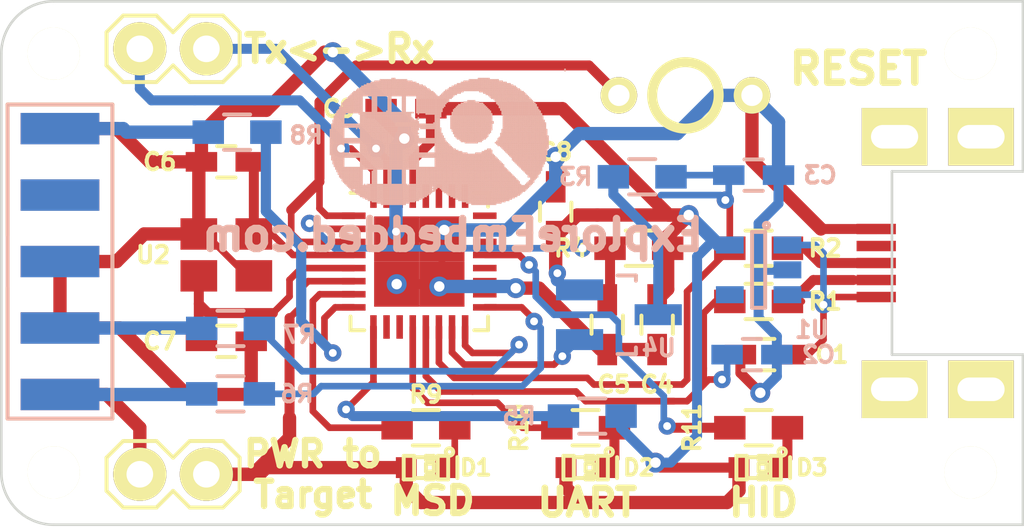
<source format=kicad_pcb>
(kicad_pcb (version 4) (host pcbnew "(2015-01-16 BZR 5376)-product")
  (layers (0 F.Cu signal) (31 B.Cu signal) (34 B.Paste user) (35 F.Paste user) (36 B.SilkS user) (37 F.SilkS user) (38 B.Mask user) (39 F.Mask user) (44 Edge.Cuts user))
  (net 0 "")
  (net 1 GND)
  (net 2 V_BUS)
  (net 3 USB_D-)
  (net 4 USB_D+)
  (net 5 +3.3VP)
  (net 6 IF_RESET)
  (net 7 "Net-(C6-Pad1)")
  (net 8 "Net-(C7-Pad1)")
  (net 9 "Net-(CON1-Pad2)")
  (net 10 "Net-(CON1-Pad3)")
  (net 11 "Net-(D1-Pad2)")
  (net 12 "Net-(D2-Pad2)")
  (net 13 "Net-(D3-Pad2)")
  (net 14 "Net-(JP1-Pad2)")
  (net 15 TX_OUT)
  (net 16 RX_IN)
  (net 17 "Net-(P1-Pad2)")
  (net 18 "Net-(P1-Pad4)")
  (net 19 "Net-(P1-Pad6)")
  (net 20 "Net-(P1-Pad7)")
  (net 21 "Net-(P1-Pad8)")
  (net 22 "Net-(P1-Pad10)")
  (net 23 VBUS_Sense)
  (net 24 TGT_SWDIO)
  (net 25 TGT_SWCLK)
  (net 26 TGT_NRESET)
  (net 27 LED_MSD)
  (net 28 LED_HID)
  (net 29 LED_UART)
  (net 30 RESET)
  (net 31 "Net-(U3-Pad10)")
  (net 32 "Net-(U3-Pad11)")
  (net 33 USB_CONN)
  (net 34 "Net-(U3-Pad18)")
  (net 35 "Net-(U3-Pad19)")
  (net 36 "Net-(U3-Pad20)")
  (net 37 "Net-(U3-Pad22)")
  (net 38 "Net-(U3-Pad23)")
  (net 39 "Net-(U3-Pad24)")
  (net 40 "Net-(U3-Pad25)")
  (net 41 "Net-(U3-Pad26)")
  (net 42 "Net-(U3-Pad27)")
  (net 43 "Net-(U3-Pad28)")
  (net 44 "Net-(U3-Pad30)")
  (net 45 "Net-(U1-Pad4)")
  (net 46 "Net-(CON1-Pad4)")
  (net 47 "Net-(R3-Pad2)")
  (module EE:SW_PUSH_SMALL_2pin_3D_xl (layer F.Cu) (at 166.116 53.594 180)
    (fp_text reference SW1 hide)
    (fp_text value SW_PUSH hide)
    (pad 1 thru_hole circle (at -2.54 0 180) (size 1.397 1.397) (drill 0.8128) (layers *.Cu *.Mask F.SilkS) (net 1 GND))
    (pad 2 thru_hole circle (at 2.54 0 180) (size 1.397 1.397) (drill 0.8128) (layers *.Cu *.Mask F.SilkS) (net 30 RESET))
  )
  (module EE:M3_mounting (layer F.Cu) (at 142 52)
    (fp_text reference P3 hide)
    (fp_text value CONN_01X01 hide)
    (pad "" np_thru_hole circle (at 0 0) (size 2 2) (drill 2) (layers *.Cu *.Mask F.SilkS))
  )
  (module EE:M3_mounting (layer F.Cu) (at 142 68)
    (fp_text reference P2 hide)
    (fp_text value CONN_01X01 hide)
    (pad "" np_thru_hole circle (at 0 0) (size 2 2) (drill 2) (layers *.Cu *.Mask F.SilkS))
  )
  (module EE:M3_mounting (layer F.Cu) (at 177 68)
    (fp_text reference P5 hide)
    (fp_text value CONN_01X01 hide)
    (pad "" np_thru_hole circle (at 0 0) (size 2 2) (drill 2) (layers *.Cu *.Mask F.SilkS))
  )
  (module EE:M3_mounting (layer F.Cu) (at 177 52)
    (fp_text reference P4 hide)
    (fp_text value CONN_01X01 hide)
    (pad "" np_thru_hole circle (at 0 0) (size 2 2) (drill 2) (layers *.Cu *.Mask F.SilkS))
  )
  (module Housings_DFN_QFN:QFN-32-1EP_5x5mm_Pitch0.5mm (layer F.Cu) (at 155.956 59.944)
    (fp_text reference U3 hide)
    (fp_text value LPC11U35FHI33/501 hide)
    (pad 1 smd rect (at -2.5 -1.75) (size 0.9 0.25) (layers F.Cu F.Paste F.Mask) (net 30 RESET))
    (pad 2 smd rect (at -2.5 -1.25) (size 0.9 0.25) (layers F.Cu F.Paste F.Mask) (net 6 IF_RESET))
    (pad 3 smd rect (at -2.5 -0.75) (size 0.9 0.25) (layers F.Cu F.Paste F.Mask) (net 30 RESET))
    (pad 4 smd rect (at -2.5 -0.25) (size 0.9 0.25) (layers F.Cu F.Paste F.Mask) (net 7 "Net-(C6-Pad1)"))
    (pad 5 smd rect (at -2.5 0.25) (size 0.9 0.25) (layers F.Cu F.Paste F.Mask) (net 8 "Net-(C7-Pad1)"))
    (pad 6 smd rect (at -2.5 0.75) (size 0.9 0.25) (layers F.Cu F.Paste F.Mask) (net 5 +3.3VP))
    (pad 7 smd rect (at -2.5 1.25) (size 0.9 0.25) (layers F.Cu F.Paste F.Mask) (net 27 LED_MSD))
    (pad 8 smd rect (at -2.5 1.75) (size 0.9 0.25) (layers F.Cu F.Paste F.Mask) (net 26 TGT_NRESET))
    (pad 9 smd rect (at -1.75 2.5 90) (size 0.9 0.25) (layers F.Cu F.Paste F.Mask) (net 23 VBUS_Sense))
    (pad 10 smd rect (at -1.25 2.5 90) (size 0.9 0.25) (layers F.Cu F.Paste F.Mask) (net 31 "Net-(U3-Pad10)"))
    (pad 11 smd rect (at -0.75 2.5 90) (size 0.9 0.25) (layers F.Cu F.Paste F.Mask) (net 32 "Net-(U3-Pad11)"))
    (pad 12 smd rect (at -0.25 2.5 90) (size 0.9 0.25) (layers F.Cu F.Paste F.Mask) (net 28 LED_HID))
    (pad 13 smd rect (at 0.25 2.5 90) (size 0.9 0.25) (layers F.Cu F.Paste F.Mask) (net 3 USB_D-))
    (pad 14 smd rect (at 0.75 2.5 90) (size 0.9 0.25) (layers F.Cu F.Paste F.Mask) (net 4 USB_D+))
    (pad 15 smd rect (at 1.25 2.5 90) (size 0.9 0.25) (layers F.Cu F.Paste F.Mask) (net 33 USB_CONN))
    (pad 16 smd rect (at 1.75 2.5 90) (size 0.9 0.25) (layers F.Cu F.Paste F.Mask) (net 25 TGT_SWCLK))
    (pad 17 smd rect (at 2.5 1.75) (size 0.9 0.25) (layers F.Cu F.Paste F.Mask) (net 24 TGT_SWDIO))
    (pad 18 smd rect (at 2.5 1.25) (size 0.9 0.25) (layers F.Cu F.Paste F.Mask) (net 34 "Net-(U3-Pad18)"))
    (pad 19 smd rect (at 2.5 0.75) (size 0.9 0.25) (layers F.Cu F.Paste F.Mask) (net 35 "Net-(U3-Pad19)"))
    (pad 20 smd rect (at 2.5 0.25) (size 0.9 0.25) (layers F.Cu F.Paste F.Mask) (net 36 "Net-(U3-Pad20)"))
    (pad 21 smd rect (at 2.5 -0.25) (size 0.9 0.25) (layers F.Cu F.Paste F.Mask) (net 29 LED_UART))
    (pad 22 smd rect (at 2.5 -0.75) (size 0.9 0.25) (layers F.Cu F.Paste F.Mask) (net 37 "Net-(U3-Pad22)"))
    (pad 23 smd rect (at 2.5 -1.25) (size 0.9 0.25) (layers F.Cu F.Paste F.Mask) (net 38 "Net-(U3-Pad23)"))
    (pad 24 smd rect (at 2.5 -1.75) (size 0.9 0.25) (layers F.Cu F.Paste F.Mask) (net 39 "Net-(U3-Pad24)"))
    (pad 25 smd rect (at 1.75 -2.5 90) (size 0.9 0.25) (layers F.Cu F.Paste F.Mask) (net 40 "Net-(U3-Pad25)"))
    (pad 26 smd rect (at 1.25 -2.5 90) (size 0.9 0.25) (layers F.Cu F.Paste F.Mask) (net 41 "Net-(U3-Pad26)"))
    (pad 27 smd rect (at 0.75 -2.5 90) (size 0.9 0.25) (layers F.Cu F.Paste F.Mask) (net 42 "Net-(U3-Pad27)"))
    (pad 28 smd rect (at 0.25 -2.5 90) (size 0.9 0.25) (layers F.Cu F.Paste F.Mask) (net 43 "Net-(U3-Pad28)"))
    (pad 29 smd rect (at -0.25 -2.5 90) (size 0.9 0.25) (layers F.Cu F.Paste F.Mask) (net 5 +3.3VP))
    (pad 30 smd rect (at -0.75 -2.5 90) (size 0.9 0.25) (layers F.Cu F.Paste F.Mask) (net 44 "Net-(U3-Pad30)"))
    (pad 31 smd rect (at -1.25 -2.5 90) (size 0.9 0.25) (layers F.Cu F.Paste F.Mask) (net 16 RX_IN))
    (pad 32 smd rect (at -1.75 -2.5 90) (size 0.9 0.25) (layers F.Cu F.Paste F.Mask) (net 15 TX_OUT))
    (pad 33 smd rect (at 0.8625 0.8625) (size 1.725 1.725) (layers F.Cu F.Paste F.Mask) (net 1 GND))
    (pad 33 smd rect (at 0.8625 -0.8625) (size 1.725 1.725) (layers F.Cu F.Paste F.Mask) (net 1 GND))
    (pad 33 smd rect (at -0.8625 0.8625) (size 1.725 1.725) (layers F.Cu F.Paste F.Mask) (net 1 GND))
    (pad 33 smd rect (at -0.8625 -0.8625) (size 1.725 1.725) (layers F.Cu F.Paste F.Mask) (net 1 GND))
  )
  (module Pin_Headers:Pin_Header_Straight_1x02 (layer F.Cu) (at 147.828 68.072 270)
    (fp_text reference JP1 hide)
    (fp_text value "Power To Target" hide)
    (pad 1 thru_hole oval (at 0 0 270) (size 2.032 2.032) (drill 1.016) (layers *.Cu *.Mask F.SilkS) (net 5 +3.3VP))
    (pad 2 thru_hole oval (at 0 2.54 270) (size 2.032 2.032) (drill 1.016) (layers *.Cu *.Mask F.SilkS) (net 14 "Net-(JP1-Pad2)"))
  )
  (module Pin_Headers:Pin_Header_Straight_1x02 (layer F.Cu) (at 145.288 51.816 90)
    (fp_text reference JP2 hide)
    (fp_text value "Serial Link To Host" hide)
    (pad 1 thru_hole oval (at 0 0 90) (size 2.032 2.032) (drill 1.016) (layers *.Cu *.Mask F.SilkS) (net 15 TX_OUT))
    (pad 2 thru_hole oval (at 0 2.54 90) (size 2.032 2.032) (drill 1.016) (layers *.Cu *.Mask F.SilkS) (net 16 RX_IN))
  )
  (module EE:USB_Micro-B_SMD_NEW (layer F.Cu) (at 173.5 60 180)
    (fp_text reference CON1 hide)
    (fp_text value USB-MICRO-B hide)
    (pad 1 smd rect (at 0.1 -1.3 180) (size 1.5 0.4) (layers F.Cu F.Paste F.Mask) (net 2 V_BUS))
    (pad 2 smd rect (at 0.1 -0.65 180) (size 1.5 0.4) (layers F.Cu F.Paste F.Mask) (net 9 "Net-(CON1-Pad2)"))
    (pad 3 smd rect (at 0.1 0 180) (size 1.5 0.4) (layers F.Cu F.Paste F.Mask) (net 10 "Net-(CON1-Pad3)"))
    (pad 4 smd rect (at 0.1 0.65 180) (size 1.5 0.4) (layers F.Cu F.Paste F.Mask) (net 46 "Net-(CON1-Pad4)"))
    (pad 5 smd rect (at 0.1 1.3 180) (size 1.5 0.4) (layers F.Cu F.Paste F.Mask) (net 1 GND))
    (pad "" thru_hole rect (at -0.6 -4.825 180) (size 2.5 2.2) (drill oval 1.8 0.9) (layers *.Cu *.Mask F.SilkS))
    (pad "" thru_hole rect (at -3.9 -4.825 180) (size 2.5 2.2) (drill oval 1.8 0.9) (layers *.Cu *.Mask F.SilkS))
    (pad "" thru_hole rect (at -0.6 4.825 180) (size 2.5 2.2) (drill oval 1.8 0.9) (layers *.Cu *.Mask F.SilkS))
    (pad "" thru_hole rect (at -3.9 4.825 180) (size 2.5 2.2) (drill oval 1.8 0.9) (layers *.Cu *.Mask F.SilkS))
  )
  (module Capacitors_SMD:C_0603_HandSoldering (layer F.Cu) (at 169.164 63.5)
    (fp_text reference C1 (at 2.54 0) (layer F.SilkS) (effects (font (size 0.635 0.635))))
    (fp_text value 1uF,6.3V hide)
    (pad 1 smd rect (at -0.95 0) (size 1.2 0.75) (layers F.Cu F.Paste F.Mask) (net 1 GND))
    (pad 2 smd rect (at 0.95 0) (size 1.2 0.75) (layers F.Cu F.Paste F.Mask) (net 2 V_BUS))
  )
  (module Capacitors_SMD:C_0603_HandSoldering (layer B.Cu) (at 168.656 63.5 180)
    (fp_text reference C2 (at -2.54 0 180) (layer B.SilkS) (effects (font (size 0.635 0.635)) (justify mirror)))
    (fp_text value 18pF hide)
    (pad 1 smd rect (at -0.95 0 180) (size 1.2 0.75) (layers B.Cu B.Paste B.Mask) (net 1 GND))
    (pad 2 smd rect (at 0.95 0 180) (size 1.2 0.75) (layers B.Cu B.Paste B.Mask) (net 3 USB_D-))
  )
  (module Capacitors_SMD:C_0603_HandSoldering (layer B.Cu) (at 168.7195 56.642 180)
    (fp_text reference C3 (at -2.54 0 180) (layer B.SilkS) (effects (font (size 0.635 0.635)) (justify mirror)))
    (fp_text value 18pF hide)
    (pad 1 smd rect (at -0.95 0 180) (size 1.2 0.75) (layers B.Cu B.Paste B.Mask) (net 1 GND))
    (pad 2 smd rect (at 0.95 0 180) (size 1.2 0.75) (layers B.Cu B.Paste B.Mask) (net 4 USB_D+))
  )
  (module Capacitors_SMD:C_0603_HandSoldering (layer F.Cu) (at 165.0365 62.357 90)
    (fp_text reference C4 (at -2.286 0 180) (layer F.SilkS) (effects (font (size 0.635 0.635))))
    (fp_text value 10uF,6.3V hide)
    (pad 1 smd rect (at -0.95 0 90) (size 1.2 0.75) (layers F.Cu F.Paste F.Mask) (net 1 GND))
    (pad 2 smd rect (at 0.95 0 90) (size 1.2 0.75) (layers F.Cu F.Paste F.Mask) (net 5 +3.3VP))
  )
  (module Capacitors_SMD:C_0603_HandSoldering (layer F.Cu) (at 163.1315 62.357 90)
    (fp_text reference C5 (at -2.286 0.254 180) (layer F.SilkS) (effects (font (size 0.635 0.635))))
    (fp_text value 0.1uF hide)
    (pad 1 smd rect (at -0.95 0 90) (size 1.2 0.75) (layers F.Cu F.Paste F.Mask) (net 1 GND))
    (pad 2 smd rect (at 0.95 0 90) (size 1.2 0.75) (layers F.Cu F.Paste F.Mask) (net 6 IF_RESET))
  )
  (module Capacitors_SMD:C_0603_HandSoldering (layer F.Cu) (at 148.59 56.134 180)
    (fp_text reference C6 (at 2.54 0 360) (layer F.SilkS) (effects (font (size 0.635 0.635))))
    (fp_text value 18pF hide)
    (pad 1 smd rect (at -0.95 0 180) (size 1.2 0.75) (layers F.Cu F.Paste F.Mask) (net 7 "Net-(C6-Pad1)"))
    (pad 2 smd rect (at 0.95 0 180) (size 1.2 0.75) (layers F.Cu F.Paste F.Mask) (net 1 GND))
  )
  (module Capacitors_SMD:C_0603_HandSoldering (layer F.Cu) (at 148.59 62.992)
    (fp_text reference C7 (at -2.54 0 180) (layer F.SilkS) (effects (font (size 0.635 0.635))))
    (fp_text value 18pF hide)
    (pad 1 smd rect (at -0.95 0) (size 1.2 0.75) (layers F.Cu F.Paste F.Mask) (net 8 "Net-(C7-Pad1)"))
    (pad 2 smd rect (at 0.95 0) (size 1.2 0.75) (layers F.Cu F.Paste F.Mask) (net 1 GND))
  )
  (module Capacitors_SMD:C_0603_HandSoldering (layer F.Cu) (at 161.163 58.039 270)
    (fp_text reference C8 (at -2.286 0 360) (layer F.SilkS) (effects (font (size 0.635 0.635))))
    (fp_text value 0.1uF hide)
    (pad 1 smd rect (at -0.95 0 270) (size 1.2 0.75) (layers F.Cu F.Paste F.Mask) (net 1 GND))
    (pad 2 smd rect (at 0.95 0 270) (size 1.2 0.75) (layers F.Cu F.Paste F.Mask) (net 5 +3.3VP))
  )
  (module Capacitors_SMD:C_0603_HandSoldering (layer F.Cu) (at 155.448 54.102)
    (fp_text reference C9 (at -2.54 0) (layer F.SilkS) (effects (font (size 0.635 0.635))))
    (fp_text value 0.1uF hide)
    (pad 1 smd rect (at -0.95 0) (size 1.2 0.75) (layers F.Cu F.Paste F.Mask) (net 1 GND))
    (pad 2 smd rect (at 0.95 0) (size 1.2 0.75) (layers F.Cu F.Paste F.Mask) (net 5 +3.3VP))
  )
  (module EE:LED-0603_NEW (layer F.Cu) (at 156.21 67.818)
    (fp_text reference D1 (at 1.905 0) (layer F.SilkS) (effects (font (size 0.6 0.6))))
    (fp_text value LED hide)
    (pad 1 smd rect (at -0.7493 0) (size 0.79756 0.79756) (layers F.Cu F.Paste F.Mask) (net 5 +3.3VP))
    (pad 2 smd rect (at 0.7493 0) (size 0.79756 0.79756) (layers F.Cu F.Paste F.Mask) (net 11 "Net-(D1-Pad2)"))
  )
  (module EE:LED-0603_NEW (layer F.Cu) (at 162.306 67.818)
    (fp_text reference D2 (at 2.032 0) (layer F.SilkS) (effects (font (size 0.6 0.6))))
    (fp_text value LED hide)
    (pad 1 smd rect (at -0.7493 0) (size 0.79756 0.79756) (layers F.Cu F.Paste F.Mask) (net 5 +3.3VP))
    (pad 2 smd rect (at 0.7493 0) (size 0.79756 0.79756) (layers F.Cu F.Paste F.Mask) (net 12 "Net-(D2-Pad2)"))
  )
  (module EE:LED-0603_NEW (layer F.Cu) (at 168.91 67.818)
    (fp_text reference D3 (at 2.032 0) (layer F.SilkS) (effects (font (size 0.6 0.6))))
    (fp_text value LED hide)
    (pad 1 smd rect (at -0.7493 0) (size 0.79756 0.79756) (layers F.Cu F.Paste F.Mask) (net 5 +3.3VP))
    (pad 2 smd rect (at 0.7493 0) (size 0.79756 0.79756) (layers F.Cu F.Paste F.Mask) (net 13 "Net-(D3-Pad2)"))
  )
  (module Resistors_SMD:R_0603_HandSoldering (layer F.Cu) (at 168.91 61.468)
    (fp_text reference R1 (at 2.54 0) (layer F.SilkS) (effects (font (size 0.635 0.635))))
    (fp_text value 33R hide)
    (pad 1 smd rect (at -1.1 0) (size 1.2 0.9) (layers F.Cu F.Paste F.Mask) (net 3 USB_D-))
    (pad 2 smd rect (at 1.1 0) (size 1.2 0.9) (layers F.Cu F.Paste F.Mask) (net 9 "Net-(CON1-Pad2)"))
  )
  (module Resistors_SMD:R_0603_HandSoldering (layer F.Cu) (at 168.91 59.436)
    (fp_text reference R2 (at 2.54 0) (layer F.SilkS) (effects (font (size 0.635 0.635))))
    (fp_text value 33R hide)
    (pad 1 smd rect (at -1.1 0) (size 1.2 0.9) (layers F.Cu F.Paste F.Mask) (net 4 USB_D+))
    (pad 2 smd rect (at 1.1 0) (size 1.2 0.9) (layers F.Cu F.Paste F.Mask) (net 10 "Net-(CON1-Pad3)"))
  )
  (module Resistors_SMD:R_0603_HandSoldering (layer B.Cu) (at 164.465 56.7055 180)
    (fp_text reference R3 (at 2.54 0 180) (layer B.SilkS) (effects (font (size 0.635 0.635)) (justify mirror)))
    (fp_text value 1.5K hide)
    (pad 1 smd rect (at -1.1 0 180) (size 1.2 0.9) (layers B.Cu B.Paste B.Mask) (net 4 USB_D+))
    (pad 2 smd rect (at 1.1 0 180) (size 1.2 0.9) (layers B.Cu B.Paste B.Mask) (net 47 "Net-(R3-Pad2)"))
  )
  (module Resistors_SMD:R_0603_HandSoldering (layer F.Cu) (at 164.338 59.436)
    (fp_text reference R4 (at -2.6035 0) (layer F.SilkS) (effects (font (size 0.635 0.635))))
    (fp_text value 10K hide)
    (pad 1 smd rect (at -1.1 0) (size 1.2 0.9) (layers F.Cu F.Paste F.Mask) (net 6 IF_RESET))
    (pad 2 smd rect (at 1.1 0) (size 1.2 0.9) (layers F.Cu F.Paste F.Mask) (net 5 +3.3VP))
  )
  (module Resistors_SMD:R_0603_HandSoldering (layer B.Cu) (at 162.56 65.8495 180)
    (fp_text reference R5 (at 2.794 0 360) (layer B.SilkS) (effects (font (size 0.635 0.635)) (justify mirror)))
    (fp_text value 10K hide)
    (pad 1 smd rect (at -1.1 0 180) (size 1.2 0.9) (layers B.Cu B.Paste B.Mask) (net 5 +3.3VP))
    (pad 2 smd rect (at 1.1 0 180) (size 1.2 0.9) (layers B.Cu B.Paste B.Mask) (net 23 VBUS_Sense))
  )
  (module Resistors_SMD:R_0603_HandSoldering (layer B.Cu) (at 148.75 65 180)
    (fp_text reference R6 (at -2.54 0 180) (layer B.SilkS) (effects (font (size 0.635 0.635)) (justify mirror)))
    (fp_text value 470R hide)
    (pad 1 smd rect (at -1.1 0 180) (size 1.2 0.9) (layers B.Cu B.Paste B.Mask) (net 24 TGT_SWDIO))
    (pad 2 smd rect (at 1.1 0 180) (size 1.2 0.9) (layers B.Cu B.Paste B.Mask) (net 17 "Net-(P1-Pad2)"))
  )
  (module Resistors_SMD:R_0603_HandSoldering (layer B.Cu) (at 148.75 62.5 180)
    (fp_text reference R7 (at -2.634 -0.238 180) (layer B.SilkS) (effects (font (size 0.635 0.635)) (justify mirror)))
    (fp_text value 470R hide)
    (pad 1 smd rect (at -1.1 0 180) (size 1.2 0.9) (layers B.Cu B.Paste B.Mask) (net 25 TGT_SWCLK))
    (pad 2 smd rect (at 1.1 0 180) (size 1.2 0.9) (layers B.Cu B.Paste B.Mask) (net 18 "Net-(P1-Pad4)"))
  )
  (module Resistors_SMD:R_0603_HandSoldering (layer B.Cu) (at 149 55 180)
    (fp_text reference R8 (at -2.638 -0.118 180) (layer B.SilkS) (effects (font (size 0.635 0.635)) (justify mirror)))
    (fp_text value 470R hide)
    (pad 1 smd rect (at -1.1 0 180) (size 1.2 0.9) (layers B.Cu B.Paste B.Mask) (net 26 TGT_NRESET))
    (pad 2 smd rect (at 1.1 0 180) (size 1.2 0.9) (layers B.Cu B.Paste B.Mask) (net 22 "Net-(P1-Pad10)"))
  )
  (module Resistors_SMD:R_0603_HandSoldering (layer F.Cu) (at 156.21 66.294 180)
    (fp_text reference R9 (at 0 1.27 360) (layer F.SilkS) (effects (font (size 0.635 0.635))))
    (fp_text value 470R hide)
    (pad 1 smd rect (at -1.1 0 180) (size 1.2 0.9) (layers F.Cu F.Paste F.Mask) (net 11 "Net-(D1-Pad2)"))
    (pad 2 smd rect (at 1.1 0 180) (size 1.2 0.9) (layers F.Cu F.Paste F.Mask) (net 27 LED_MSD))
  )
  (module Resistors_SMD:R_0603_HandSoldering (layer F.Cu) (at 162.306 66.294 180)
    (fp_text reference R10 (at 2.54 0 270) (layer F.SilkS) (effects (font (size 0.635 0.635))))
    (fp_text value 470R hide)
    (pad 1 smd rect (at -1.1 0 180) (size 1.2 0.9) (layers F.Cu F.Paste F.Mask) (net 12 "Net-(D2-Pad2)"))
    (pad 2 smd rect (at 1.1 0 180) (size 1.2 0.9) (layers F.Cu F.Paste F.Mask) (net 28 LED_HID))
  )
  (module Resistors_SMD:R_0603_HandSoldering (layer F.Cu) (at 168.91 66.294 180)
    (fp_text reference R11 (at 2.54 0 270) (layer F.SilkS) (effects (font (size 0.635 0.635))))
    (fp_text value 470R hide)
    (pad 1 smd rect (at -1.1 0 180) (size 1.2 0.9) (layers F.Cu F.Paste F.Mask) (net 13 "Net-(D3-Pad2)"))
    (pad 2 smd rect (at 1.1 0 180) (size 1.2 0.9) (layers F.Cu F.Paste F.Mask) (net 29 LED_UART))
  )
  (module EE:12Mhz_SMD_4pin (layer F.Cu) (at 148.59 59.69)
    (fp_text reference U2 (at -2.794 0) (layer F.SilkS) (effects (font (size 0.635 0.635))))
    (fp_text value 12Mhz_SMD hide)
    (pad 4 smd rect (at -1.05 -0.8) (size 1.4 1.2) (layers F.Cu F.Paste F.Mask) (net 1 GND))
    (pad 3 smd rect (at 1.05 -0.8) (size 1.4 1.2) (layers F.Cu F.Paste F.Mask) (net 7 "Net-(C6-Pad1)"))
    (pad 1 smd rect (at -1.05 0.8) (size 1.4 1.2) (layers F.Cu F.Paste F.Mask) (net 8 "Net-(C7-Pad1)"))
    (pad 2 smd rect (at 1.05 0.8) (size 1.4 1.2) (layers F.Cu F.Paste F.Mask) (net 1 GND))
  )
  (module TO_SOT_Packages_SMD:SOT-23-5 (layer B.Cu) (at 168.91 60.2615 180)
    (fp_text reference U1 (at -2.032 -2.286 360) (layer B.SilkS) (effects (font (size 0.635 0.635)) (justify mirror)))
    (fp_text value TC1014-3.3V hide)
    (pad 1 smd rect (at -1.1 0.95 180) (size 1.06 0.65) (layers B.Cu B.Paste B.Mask) (net 2 V_BUS))
    (pad 2 smd rect (at -1.1 0 180) (size 1.06 0.65) (layers B.Cu B.Paste B.Mask) (net 1 GND))
    (pad 3 smd rect (at -1.1 -0.95 180) (size 1.06 0.65) (layers B.Cu B.Paste B.Mask) (net 2 V_BUS))
    (pad 4 smd rect (at 1.1 -0.95 180) (size 1.06 0.65) (layers B.Cu B.Paste B.Mask) (net 45 "Net-(U1-Pad4)"))
    (pad 5 smd rect (at 1.1 0.95 180) (size 1.06 0.65) (layers B.Cu B.Paste B.Mask) (net 5 +3.3VP))
  )
  (module TO_SOT_Packages_SMD:SOT-23_Handsoldering (layer B.Cu) (at 163.576 61.976 90)
    (fp_text reference U4 (at -1.27 1.524 360) (layer B.SilkS) (effects (font (size 0.635 0.635)) (justify mirror)))
    (fp_text value BSS84_SOT-23 hide)
    (pad 1 smd rect (at -0.95 -1.50114 90) (size 0.8001 1.80086) (layers B.Cu B.Paste B.Mask) (net 33 USB_CONN))
    (pad 2 smd rect (at 0.95 -1.50114 90) (size 0.8001 1.80086) (layers B.Cu B.Paste B.Mask) (net 5 +3.3VP))
    (pad 3 smd rect (at 0 1.50114 90) (size 0.8001 1.80086) (layers B.Cu B.Paste B.Mask) (net 47 "Net-(R3-Pad2)"))
  )
  (module EE:5X2_FRC_2SIDE_EE (layer F.Cu) (at 142.24 59.944 180)
    (fp_text reference P1 hide)
    (fp_text value CONN_02X05 hide)
    (pad 1 smd rect (at 0 -5.08 180) (size 3 1.2) (layers F.Cu F.Paste F.Mask) (net 14 "Net-(JP1-Pad2)"))
    (pad 2 smd rect (at 0 -5.08 180) (size 3 1.2) (layers B.Cu F.Paste F.Mask) (net 17 "Net-(P1-Pad2)"))
    (pad 3 smd rect (at 0 -2.54 180) (size 3 1.2) (layers F.Cu F.Paste F.Mask) (net 1 GND))
    (pad 4 smd rect (at 0 -2.54 180) (size 3 1.2) (layers B.Cu F.Paste F.Mask) (net 18 "Net-(P1-Pad4)"))
    (pad 5 smd rect (at 0 0 180) (size 3 1.2) (layers F.Cu F.Paste F.Mask) (net 1 GND))
    (pad 6 smd rect (at 0 0 180) (size 3 1.2) (layers B.Cu F.Paste F.Mask) (net 19 "Net-(P1-Pad6)"))
    (pad 7 smd rect (at 0 2.54 180) (size 3 1.2) (layers F.Cu F.Paste F.Mask) (net 20 "Net-(P1-Pad7)"))
    (pad 8 smd rect (at 0 2.54 180) (size 3 1.2) (layers B.Cu F.Paste F.Mask) (net 21 "Net-(P1-Pad8)"))
    (pad 9 smd rect (at 0 5.08 180) (size 3 1.2) (layers F.Cu F.Paste F.Mask) (net 1 GND))
    (pad 10 smd rect (at 0 5.08 180) (size 3 1.2) (layers B.Cu F.Paste F.Mask) (net 22 "Net-(P1-Pad10)"))
  )
  (module "Logo:LOGO (2)" (layer B.Cu) (at 161.544 52.578 180)
    (fp_text reference P6 hide)
    (fp_text value CONN_01X01 hide)
  )
  (gr_text Tx<->Rx (at 152.908 51.816) (layer F.SilkS) (effects (font (size 1.016 1.016) (thickness 0.254))))
  (gr_text "PWR to\nTarget" (at 151.892 68.072) (layer F.SilkS) (effects (font (size 0.9652 0.9652) (thickness 0.2413))))
  (gr_text ExploreEmbedded.com (at 157.226 58.928) (layer B.SilkS) (effects (font (size 1.143 1.143) (thickness 0.28575)) (justify mirror)))
  (gr_line (start 179 63.5) (end 179 70) (angle 90) (layer Edge.Cuts) (width 0.1))
  (gr_line (start 179 56.5) (end 179 50) (angle 90) (layer Edge.Cuts) (width 0.1))
  (gr_line (start 174 63.5) (end 179 63.5) (angle 90) (layer Edge.Cuts) (width 0.1))
  (gr_line (start 174 56.5) (end 174 63.5) (angle 90) (layer Edge.Cuts) (width 0.1))
  (gr_line (start 179 56.5) (end 174 56.5) (angle 90) (layer Edge.Cuts) (width 0.1))
  (gr_line (start 179 50) (end 142 50) (angle 90) (layer Edge.Cuts) (width 0.1))
  (gr_line (start 179 70) (end 142 70) (angle 90) (layer Edge.Cuts) (width 0.1))
  (gr_line (start 140 52) (end 140 68) (angle 90) (layer Edge.Cuts) (width 0.1))
  (gr_arc (start 142 68) (end 142 70) (angle 90) (layer Edge.Cuts) (width 0.1))
  (gr_arc (start 142 52) (end 140 52) (angle 90) (layer Edge.Cuts) (width 0.1))
  (gr_text RESET (at 172.72 52.578) (layer F.SilkS) (effects (font (size 1.143 1.143) (thickness 0.28575))))
  (gr_text HID (at 169.1005 69.1515) (layer F.SilkS) (effects (font (size 1.016 1.016) (thickness 0.254))))
  (gr_text UART (at 162.3695 69.1515) (layer F.SilkS) (effects (font (size 1.016 1.016) (thickness 0.254))))
  (gr_text MSD (at 156.464 69.088) (layer F.SilkS) (effects (font (size 1.016 1.016) (thickness 0.254))))
  (segment (start 147.64 56.134) (end 147.64 55.052) (width 0.508) (layer F.Cu) (net 1))
  (segment (start 155.3845 54.6735) (end 155.3845 55.245) (width 0.508) (layer B.Cu) (net 1))
  (segment (start 152.654 51.943) (end 155.3845 54.6735) (width 0.508) (layer B.Cu) (net 1))
  (via (at 152.654 51.943) (size 0.76) (drill 0.4) (layers F.Cu B.Cu) (net 1))
  (segment (start 152.3365 51.943) (end 152.654 51.943) (width 0.508) (layer F.Cu) (net 1))
  (segment (start 150.114 54.1655) (end 152.3365 51.943) (width 0.508) (layer F.Cu) (net 1))
  (segment (start 148.5265 54.1655) (end 150.114 54.1655) (width 0.508) (layer F.Cu) (net 1))
  (segment (start 147.64 55.052) (end 148.5265 54.1655) (width 0.508) (layer F.Cu) (net 1))
  (segment (start 168.656 53.594) (end 167.259 53.594) (width 0.508) (layer B.Cu) (net 1))
  (segment (start 162.052 55.0545) (end 161.163 55.9435) (width 0.508) (layer B.Cu) (net 1))
  (segment (start 165.7985 55.0545) (end 162.052 55.0545) (width 0.508) (layer B.Cu) (net 1))
  (segment (start 167.259 53.594) (end 165.7985 55.0545) (width 0.508) (layer B.Cu) (net 1))
  (segment (start 168.214 63.5) (end 168.214 64.201) (width 0.381) (layer F.Cu) (net 1))
  (segment (start 169.606 64.328) (end 169.606 63.5) (width 0.381) (layer B.Cu) (net 1))
  (segment (start 168.9735 64.9605) (end 169.606 64.328) (width 0.381) (layer B.Cu) (net 1))
  (via (at 168.9735 64.9605) (size 0.76) (drill 0.4) (layers F.Cu B.Cu) (net 1))
  (segment (start 168.214 64.201) (end 168.9735 64.9605) (width 0.381) (layer F.Cu) (net 1))
  (segment (start 168.91 59.8805) (end 168.91 62.103) (width 0.381) (layer B.Cu) (net 1))
  (segment (start 169.606 62.799) (end 169.606 63.5) (width 0.381) (layer B.Cu) (net 1))
  (segment (start 168.91 62.103) (end 169.606 62.799) (width 0.381) (layer B.Cu) (net 1))
  (segment (start 163.1315 63.307) (end 162.875 63.307) (width 0.254) (layer F.Cu) (net 1))
  (segment (start 162.875 63.307) (end 160.528 60.96) (width 0.508) (layer F.Cu) (net 1))
  (segment (start 156.718 60.8965) (end 156.808 60.8065) (width 0.254) (layer F.Cu) (net 1))
  (via (at 156.718 60.8965) (size 0.76) (drill 0.4) (layers F.Cu B.Cu) (net 1))
  (segment (start 159.5755 60.8965) (end 156.718 60.8965) (width 0.508) (layer B.Cu) (net 1))
  (segment (start 159.639 60.96) (end 159.5755 60.8965) (width 0.254) (layer B.Cu) (net 1))
  (via (at 159.639 60.96) (size 0.76) (drill 0.4) (layers F.Cu B.Cu) (net 1))
  (segment (start 160.528 60.96) (end 159.639 60.96) (width 0.508) (layer F.Cu) (net 1))
  (segment (start 156.808 60.8065) (end 156.8185 60.8065) (width 0.254) (layer F.Cu) (net 1))
  (segment (start 159.0675 58.7375) (end 159.3215 58.7375) (width 0.254) (layer B.Cu) (net 1))
  (segment (start 159.3215 58.7375) (end 161.163 56.896) (width 0.508) (layer B.Cu) (net 1))
  (segment (start 161.163 56.896) (end 161.163 55.9435) (width 0.508) (layer B.Cu) (net 1))
  (segment (start 161.163 55.9435) (end 161.163 57.089) (width 0.254) (layer F.Cu) (net 1))
  (via (at 161.163 55.9435) (size 0.76) (drill 0.4) (layers F.Cu B.Cu) (net 1))
  (segment (start 147.667 56.234) (end 147.767 56.134) (width 0.254) (layer F.Cu) (net 1))
  (segment (start 147.79 58.89) (end 147.54 58.89) (width 0.254) (layer F.Cu) (net 1))
  (segment (start 149.39 60.49) (end 147.79 58.89) (width 0.254) (layer F.Cu) (net 1))
  (segment (start 149.64 60.49) (end 149.39 60.49) (width 0.254) (layer F.Cu) (net 1))
  (segment (start 147.54 56.234) (end 147.64 56.134) (width 0.254) (layer F.Cu) (net 1))
  (segment (start 147.54 58.89) (end 147.54 56.234) (width 0.508) (layer F.Cu) (net 1))
  (segment (start 145.453 58.89) (end 144.399 59.944) (width 0.254) (layer F.Cu) (net 1))
  (segment (start 144.399 59.944) (end 142.24 59.944) (width 0.254) (layer F.Cu) (net 1))
  (segment (start 144.399 54.864) (end 142.24 54.864) (width 0.254) (layer F.Cu) (net 1))
  (segment (start 169.037 60.2615) (end 168.91 60.1345) (width 0.254) (layer B.Cu) (net 1))
  (segment (start 168.91 60.1345) (end 168.91 59.8805) (width 0.254) (layer B.Cu) (net 1))
  (segment (start 168.91 59.8805) (end 168.91 58.4835) (width 0.381) (layer B.Cu) (net 1))
  (segment (start 168.91 58.4835) (end 169.6695 57.724) (width 0.381) (layer B.Cu) (net 1))
  (segment (start 169.6695 57.724) (end 169.6695 56.642) (width 0.381) (layer B.Cu) (net 1))
  (segment (start 170.01 60.2615) (end 169.037 60.2615) (width 0.381) (layer B.Cu) (net 1))
  (segment (start 168.656 56.0705) (end 168.656 53.594) (width 0.508) (layer F.Cu) (net 1))
  (segment (start 171.2855 58.7) (end 168.656 56.0705) (width 0.508) (layer F.Cu) (net 1))
  (segment (start 173.4 58.7) (end 171.2855 58.7) (width 0.381) (layer F.Cu) (net 1))
  (segment (start 169.6695 54.6075) (end 168.656 53.594) (width 0.508) (layer B.Cu) (net 1))
  (segment (start 169.6695 56.642) (end 169.6695 54.6075) (width 0.508) (layer B.Cu) (net 1))
  (segment (start 165.0365 63.307) (end 163.1315 63.307) (width 0.508) (layer F.Cu) (net 1))
  (segment (start 155.3475 59.0815) (end 156.8185 59.0815) (width 0.254) (layer F.Cu) (net 1))
  (segment (start 155.067 58.801) (end 155.3475 59.0815) (width 0.254) (layer F.Cu) (net 1))
  (segment (start 155.3845 55.245) (end 155.067 55.5625) (width 0.508) (layer B.Cu) (net 1))
  (segment (start 155.067 55.5625) (end 155.067 58.801) (width 0.508) (layer B.Cu) (net 1))
  (via (at 155.067 58.801) (size 0.66) (drill 0.3) (layers F.Cu B.Cu) (net 1))
  (via (at 155.3845 55.245) (size 0.76) (drill 0.4) (layers F.Cu B.Cu) (net 1))
  (segment (start 154.498 54.3585) (end 155.3845 55.245) (width 0.508) (layer F.Cu) (net 1))
  (segment (start 154.498 54.102) (end 154.498 54.3585) (width 0.254) (layer F.Cu) (net 1))
  (segment (start 156.8185 59.0815) (end 156.8185 60.8065) (width 0.254) (layer F.Cu) (net 1))
  (segment (start 156.8185 58.8275) (end 156.8185 59.0815) (width 0.254) (layer F.Cu) (net 1))
  (segment (start 159.1945 58.7375) (end 159.0675 58.7375) (width 0.508) (layer B.Cu) (net 1))
  (segment (start 159.0675 58.7375) (end 156.9085 58.7375) (width 0.508) (layer B.Cu) (net 1))
  (via (at 156.9085 58.7375) (size 0.76) (drill 0.4) (layers F.Cu B.Cu) (net 1))
  (segment (start 156.9085 58.7375) (end 156.8185 58.8275) (width 0.254) (layer F.Cu) (net 1))
  (segment (start 156.9085 58.7375) (end 159.3215 58.7375) (width 0.508) (layer B.Cu) (net 1))
  (segment (start 144.399 54.864) (end 142.24 54.864) (width 0.508) (layer F.Cu) (net 1))
  (segment (start 145.669 56.134) (end 144.399 54.864) (width 0.508) (layer F.Cu) (net 1))
  (segment (start 147.64 56.134) (end 145.669 56.134) (width 0.508) (layer F.Cu) (net 1))
  (segment (start 144.399 59.944) (end 142.24 59.944) (width 0.508) (layer F.Cu) (net 1))
  (segment (start 145.453 58.89) (end 144.399 59.944) (width 0.508) (layer F.Cu) (net 1))
  (segment (start 147.54 58.89) (end 145.453 58.89) (width 0.508) (layer F.Cu) (net 1))
  (segment (start 142.24 62.484) (end 142.24 59.944) (width 0.508) (layer F.Cu) (net 1))
  (segment (start 149.54 64.836) (end 149.352 65.024) (width 0.508) (layer F.Cu) (net 1))
  (segment (start 149.352 65.024) (end 147.066 65.024) (width 0.508) (layer F.Cu) (net 1))
  (segment (start 147.066 65.024) (end 144.526 62.484) (width 0.508) (layer F.Cu) (net 1))
  (segment (start 144.526 62.484) (end 142.24 62.484) (width 0.508) (layer F.Cu) (net 1))
  (segment (start 149.54 62.992) (end 149.54 64.836) (width 0.508) (layer F.Cu) (net 1))
  (segment (start 155.0935 60.8065) (end 155.1305 60.7695) (width 0.381) (layer B.Cu) (net 1))
  (via (at 155.0935 60.8065) (size 0.76) (drill 0.4) (layers F.Cu B.Cu) (net 1))
  (segment (start 156.8185 60.8065) (end 155.0935 60.8065) (width 0.381) (layer F.Cu) (net 1))
  (segment (start 171.6815 61.3) (end 171.3865 61.595) (width 0.254) (layer F.Cu) (net 2))
  (via (at 171.3865 61.595) (size 0.66) (drill 0.3) (layers F.Cu B.Cu) (net 2))
  (segment (start 171.3865 61.595) (end 171.003 61.2115) (width 0.254) (layer B.Cu) (net 2))
  (segment (start 171.003 61.2115) (end 170.01 61.2115) (width 0.254) (layer B.Cu) (net 2))
  (segment (start 173.4 61.3) (end 171.6815 61.3) (width 0.254) (layer F.Cu) (net 2))
  (segment (start 171.3865 59.6265) (end 171.0715 59.3115) (width 0.254) (layer B.Cu) (net 2))
  (segment (start 171.0715 59.3115) (end 170.01 59.3115) (width 0.254) (layer B.Cu) (net 2))
  (segment (start 171.3865 61.595) (end 171.3865 59.6265) (width 0.254) (layer B.Cu) (net 2))
  (segment (start 170.815 63.5) (end 171.3865 62.9285) (width 0.254) (layer F.Cu) (net 2))
  (segment (start 171.3865 62.9285) (end 171.3865 61.595) (width 0.254) (layer F.Cu) (net 2))
  (segment (start 170.114 63.5) (end 170.815 63.5) (width 0.254) (layer F.Cu) (net 2))
  (segment (start 166.8145 64.008) (end 166.8145 64.135) (width 0.254) (layer F.Cu) (net 3))
  (segment (start 166.8145 61.9125) (end 166.8145 64.008) (width 0.254) (layer F.Cu) (net 3))
  (segment (start 167.259 61.468) (end 166.8145 61.9125) (width 0.254) (layer F.Cu) (net 3))
  (segment (start 167.81 61.468) (end 167.259 61.468) (width 0.254) (layer F.Cu) (net 3))
  (segment (start 161.937698 64.909698) (end 162.306 65.278) (width 0.254) (layer F.Cu) (net 3))
  (segment (start 165.4175 65.278) (end 165.6715 65.278) (width 0.254) (layer F.Cu) (net 3))
  (segment (start 162.306 65.278) (end 165.4175 65.278) (width 0.254) (layer F.Cu) (net 3))
  (segment (start 156.206 62.444) (end 156.206 64.3215) (width 0.254) (layer F.Cu) (net 3))
  (segment (start 156.794198 64.909698) (end 157.988 64.909698) (width 0.254) (layer F.Cu) (net 3))
  (segment (start 156.206 64.3215) (end 156.794198 64.909698) (width 0.254) (layer F.Cu) (net 3))
  (segment (start 157.988 64.909698) (end 161.937698 64.909698) (width 0.254) (layer F.Cu) (net 3))
  (segment (start 166.1795 65.278) (end 166.624 64.8335) (width 0.254) (layer F.Cu) (net 3))
  (segment (start 165.4175 65.278) (end 166.1795 65.278) (width 0.254) (layer F.Cu) (net 3))
  (segment (start 166.8145 64.643) (end 166.624 64.8335) (width 0.254) (layer F.Cu) (net 3))
  (segment (start 166.8145 64.008) (end 166.8145 64.643) (width 0.254) (layer F.Cu) (net 3))
  (segment (start 167.005 64.4525) (end 166.624 64.8335) (width 0.254) (layer F.Cu) (net 3))
  (segment (start 167.706 63.5) (end 167.706 64.2595) (width 0.254) (layer B.Cu) (net 3))
  (segment (start 167.513 64.4525) (end 167.706 64.2595) (width 0.254) (layer B.Cu) (net 3))
  (via (at 167.513 64.4525) (size 0.66) (drill 0.3) (layers F.Cu B.Cu) (net 3))
  (segment (start 167.513 64.4525) (end 167.005 64.4525) (width 0.254) (layer F.Cu) (net 3))
  (segment (start 167.81 57.7645) (end 167.64 57.5945) (width 0.254) (layer F.Cu) (net 4))
  (via (at 167.64 57.5945) (size 0.66) (drill 0.3) (layers F.Cu B.Cu) (net 4))
  (segment (start 167.64 57.5945) (end 167.7695 57.465) (width 0.254) (layer B.Cu) (net 4))
  (segment (start 167.7695 57.465) (end 167.7695 56.642) (width 0.254) (layer B.Cu) (net 4))
  (segment (start 167.81 59.436) (end 167.81 57.7645) (width 0.254) (layer F.Cu) (net 4))
  (segment (start 167.4495 57.404) (end 167.64 57.5945) (width 0.254) (layer B.Cu) (net 4))
  (segment (start 165.184 57.404) (end 167.4495 57.404) (width 0.254) (layer B.Cu) (net 4))
  (segment (start 165.6285 56.642) (end 165.565 56.7055) (width 0.254) (layer B.Cu) (net 4))
  (segment (start 167.7695 56.642) (end 165.6285 56.642) (width 0.254) (layer B.Cu) (net 4))
  (segment (start 167.81 59.4565) (end 167.81 59.436) (width 0.254) (layer F.Cu) (net 4))
  (segment (start 165.989 64.643) (end 166.1795 64.4525) (width 0.254) (layer F.Cu) (net 4))
  (segment (start 166.1795 64.4525) (end 166.1795 61.087) (width 0.254) (layer F.Cu) (net 4))
  (segment (start 166.1795 61.087) (end 167.81 59.4565) (width 0.254) (layer F.Cu) (net 4))
  (segment (start 156.706 62.444) (end 156.706 63.8055) (width 0.254) (layer F.Cu) (net 4))
  (segment (start 162.6235 64.643) (end 165.227 64.643) (width 0.254) (layer F.Cu) (net 4))
  (segment (start 162.3695 64.389) (end 162.6235 64.643) (width 0.254) (layer F.Cu) (net 4))
  (segment (start 157.2895 64.389) (end 162.3695 64.389) (width 0.254) (layer F.Cu) (net 4))
  (segment (start 156.706 63.8055) (end 157.2895 64.389) (width 0.254) (layer F.Cu) (net 4))
  (segment (start 165.227 64.643) (end 165.989 64.643) (width 0.254) (layer F.Cu) (net 4))
  (segment (start 166.5605 65.659) (end 166.5605 66.6115) (width 0.381) (layer B.Cu) (net 5))
  (segment (start 165.5445 67.6275) (end 164.973 67.6275) (width 0.381) (layer B.Cu) (net 5))
  (segment (start 166.5605 66.6115) (end 165.5445 67.6275) (width 0.381) (layer B.Cu) (net 5))
  (segment (start 165.1635 67.818) (end 164.973 67.6275) (width 0.254) (layer F.Cu) (net 5))
  (via (at 164.973 67.6275) (size 0.76) (drill 0.4) (layers F.Cu B.Cu) (net 5))
  (segment (start 164.973 67.6275) (end 163.66 66.3145) (width 0.254) (layer B.Cu) (net 5))
  (segment (start 166.5605 65.7225) (end 166.5605 65.659) (width 0.254) (layer B.Cu) (net 5))
  (segment (start 166.5605 65.659) (end 166.5605 59.7535) (width 0.381) (layer B.Cu) (net 5))
  (segment (start 166.5605 59.7535) (end 167.0025 59.3115) (width 0.381) (layer B.Cu) (net 5))
  (segment (start 167.0025 59.3115) (end 167.81 59.3115) (width 0.254) (layer B.Cu) (net 5))
  (segment (start 162.07486 61.026) (end 161.61 61.026) (width 0.254) (layer B.Cu) (net 5))
  (segment (start 161.61 61.026) (end 161.2265 60.6425) (width 0.254) (layer B.Cu) (net 5))
  (segment (start 161.2265 60.3885) (end 161.163 60.325) (width 0.254) (layer F.Cu) (net 5))
  (via (at 161.2265 60.3885) (size 0.66) (drill 0.3) (layers F.Cu B.Cu) (net 5))
  (segment (start 161.2265 60.6425) (end 161.2265 60.3885) (width 0.508) (layer B.Cu) (net 5))
  (segment (start 161.163 60.325) (end 161.163 58.989) (width 0.508) (layer F.Cu) (net 5))
  (segment (start 155.706 56.0665) (end 156.398 55.3745) (width 0.381) (layer F.Cu) (net 5))
  (segment (start 156.398 55.3745) (end 156.398 54.102) (width 0.381) (layer F.Cu) (net 5))
  (segment (start 155.706 57.444) (end 155.706 56.0665) (width 0.254) (layer F.Cu) (net 5))
  (segment (start 168.1607 68.6943) (end 167.7035 69.1515) (width 0.508) (layer F.Cu) (net 5))
  (segment (start 162.306 69.1515) (end 162.1155 69.1515) (width 0.254) (layer F.Cu) (net 5))
  (segment (start 167.7035 69.1515) (end 162.306 69.1515) (width 0.508) (layer F.Cu) (net 5))
  (segment (start 162.1155 69.1515) (end 161.5567 68.5927) (width 0.508) (layer F.Cu) (net 5))
  (segment (start 161.5567 68.5927) (end 161.5567 67.818) (width 0.508) (layer F.Cu) (net 5))
  (segment (start 168.1607 67.818) (end 168.1607 68.6943) (width 0.508) (layer F.Cu) (net 5))
  (segment (start 156.0195 69.1515) (end 155.4607 68.5927) (width 0.508) (layer F.Cu) (net 5))
  (segment (start 155.4607 68.5927) (end 155.4607 67.818) (width 0.508) (layer F.Cu) (net 5))
  (segment (start 162.306 69.1515) (end 156.0195 69.1515) (width 0.508) (layer F.Cu) (net 5))
  (segment (start 165.438 61.0055) (end 165.0365 61.407) (width 0.254) (layer F.Cu) (net 5))
  (segment (start 168.1607 67.818) (end 166.751 67.818) (width 0.254) (layer F.Cu) (net 5))
  (segment (start 167.3885 59.3115) (end 167.81 59.3115) (width 0.254) (layer B.Cu) (net 5))
  (via (at 166.243 58.166) (size 0.76) (drill 0.4) (layers F.Cu B.Cu) (net 5))
  (segment (start 166.243 58.166) (end 167.3885 59.3115) (width 0.508) (layer B.Cu) (net 5))
  (segment (start 165.438 58.971) (end 166.243 58.166) (width 0.508) (layer F.Cu) (net 5))
  (segment (start 161.986 58.166) (end 161.163 58.989) (width 0.254) (layer F.Cu) (net 5))
  (segment (start 166.243 58.166) (end 162.7505 58.166) (width 0.508) (layer F.Cu) (net 5))
  (segment (start 161.417 54.102) (end 165.481 58.166) (width 0.508) (layer F.Cu) (net 5))
  (segment (start 165.481 58.166) (end 166.243 58.166) (width 0.508) (layer F.Cu) (net 5))
  (segment (start 156.398 54.102) (end 161.417 54.102) (width 0.508) (layer F.Cu) (net 5))
  (segment (start 161.986 58.166) (end 161.163 58.989) (width 0.508) (layer F.Cu) (net 5))
  (segment (start 162.7505 58.166) (end 161.986 58.166) (width 0.508) (layer F.Cu) (net 5))
  (segment (start 165.438 58.971) (end 166.243 58.166) (width 0.508) (layer F.Cu) (net 5))
  (segment (start 165.438 59.436) (end 165.438 58.971) (width 0.508) (layer F.Cu) (net 5))
  (segment (start 165.438 61.0055) (end 165.0365 61.407) (width 0.508) (layer F.Cu) (net 5))
  (segment (start 165.438 59.436) (end 165.438 61.0055) (width 0.508) (layer F.Cu) (net 5))
  (segment (start 163.66 66.3145) (end 164.973 67.6275) (width 0.381) (layer B.Cu) (net 5))
  (segment (start 163.66 65.8495) (end 163.66 66.3145) (width 0.381) (layer B.Cu) (net 5))
  (segment (start 165.1635 67.818) (end 164.973 67.6275) (width 0.381) (layer F.Cu) (net 5))
  (segment (start 168.1607 67.818) (end 165.1635 67.818) (width 0.381) (layer F.Cu) (net 5))
  (segment (start 150.114 67.818) (end 149.86 68.072) (width 0.508) (layer F.Cu) (net 5))
  (segment (start 149.86 68.072) (end 147.828 68.072) (width 0.508) (layer F.Cu) (net 5))
  (segment (start 155.4607 67.818) (end 150.114 67.818) (width 0.508) (layer F.Cu) (net 5))
  (segment (start 149.606 68.072) (end 151.003 66.675) (width 0.508) (layer F.Cu) (net 5))
  (segment (start 151.003 66.675) (end 151.003 65.913) (width 0.508) (layer F.Cu) (net 5))
  (segment (start 151.7135 60.694) (end 153.456 60.694) (width 0.254) (layer F.Cu) (net 5))
  (segment (start 151.003 62.103) (end 151.003 65.913) (width 0.381) (layer F.Cu) (net 5))
  (segment (start 151.4475 61.6585) (end 151.003 62.103) (width 0.254) (layer F.Cu) (net 5))
  (segment (start 151.4475 60.96) (end 151.4475 61.6585) (width 0.254) (layer F.Cu) (net 5))
  (segment (start 151.7135 60.694) (end 151.4475 60.96) (width 0.254) (layer F.Cu) (net 5))
  (segment (start 147.828 68.072) (end 149.606 68.072) (width 0.508) (layer F.Cu) (net 5))
  (segment (start 151.9755 58.694) (end 151.765 58.4835) (width 0.254) (layer F.Cu) (net 6))
  (via (at 151.765 58.4835) (size 0.66) (drill 0.3) (layers F.Cu B.Cu) (net 6))
  (segment (start 151.765 58.4835) (end 152.7175 59.436) (width 0.254) (layer B.Cu) (net 6))
  (segment (start 152.7175 59.436) (end 162.179 59.436) (width 0.254) (layer B.Cu) (net 6))
  (via (at 162.179 59.436) (size 0.66) (drill 0.3) (layers F.Cu B.Cu) (net 6))
  (segment (start 162.179 59.436) (end 163.238 59.436) (width 0.254) (layer F.Cu) (net 6))
  (segment (start 153.456 58.694) (end 151.9755 58.694) (width 0.254) (layer F.Cu) (net 6))
  (segment (start 163.238 61.3005) (end 163.1315 61.407) (width 0.254) (layer F.Cu) (net 6))
  (segment (start 163.238 59.436) (end 163.238 61.3005) (width 0.381) (layer F.Cu) (net 6))
  (segment (start 149.767 56.234) (end 149.667 56.134) (width 0.254) (layer F.Cu) (net 7))
  (segment (start 150.33 58.89) (end 149.64 58.89) (width 0.254) (layer F.Cu) (net 7))
  (segment (start 151.134 59.694) (end 150.33 58.89) (width 0.254) (layer F.Cu) (net 7))
  (segment (start 153.456 59.694) (end 151.134 59.694) (width 0.254) (layer F.Cu) (net 7))
  (segment (start 149.64 56.234) (end 149.54 56.134) (width 0.254) (layer F.Cu) (net 7))
  (segment (start 149.64 58.89) (end 149.64 56.234) (width 0.381) (layer F.Cu) (net 7))
  (segment (start 151.4515 60.194) (end 151.003 60.6425) (width 0.254) (layer F.Cu) (net 8))
  (segment (start 151.003 60.6425) (end 151.003 61.2775) (width 0.254) (layer F.Cu) (net 8))
  (segment (start 151.003 61.2775) (end 150.368 61.9125) (width 0.254) (layer F.Cu) (net 8))
  (segment (start 150.368 61.9125) (end 147.8915 61.9125) (width 0.381) (layer F.Cu) (net 8))
  (segment (start 147.8915 61.9125) (end 147.54 61.561) (width 0.381) (layer F.Cu) (net 8))
  (segment (start 147.54 61.561) (end 147.54 60.49) (width 0.254) (layer F.Cu) (net 8))
  (segment (start 153.456 60.194) (end 151.4515 60.194) (width 0.254) (layer F.Cu) (net 8))
  (segment (start 147.54 62.892) (end 147.64 62.992) (width 0.254) (layer F.Cu) (net 8))
  (segment (start 147.54 60.49) (end 147.54 62.892) (width 0.381) (layer F.Cu) (net 8))
  (segment (start 170.561 61.468) (end 170.01 61.468) (width 0.254) (layer F.Cu) (net 9))
  (segment (start 173.4 60.65) (end 172.5295 60.65) (width 0.254) (layer F.Cu) (net 9))
  (segment (start 170.18 61.468) (end 170.01 61.468) (width 0.381) (layer F.Cu) (net 9))
  (segment (start 170.998 60.65) (end 170.18 61.468) (width 0.381) (layer F.Cu) (net 9))
  (segment (start 172.5295 60.65) (end 170.998 60.65) (width 0.381) (layer F.Cu) (net 9))
  (segment (start 171.252 60) (end 170.688 59.436) (width 0.381) (layer F.Cu) (net 10))
  (segment (start 170.688 59.436) (end 170.01 59.436) (width 0.254) (layer F.Cu) (net 10))
  (segment (start 170.688 59.436) (end 170.01 59.436) (width 0.381) (layer F.Cu) (net 10))
  (segment (start 171.252 60) (end 170.688 59.436) (width 0.381) (layer F.Cu) (net 10))
  (segment (start 173.4 60) (end 171.252 60) (width 0.381) (layer F.Cu) (net 10))
  (segment (start 157.31 67.4673) (end 156.9593 67.818) (width 0.254) (layer F.Cu) (net 11))
  (segment (start 157.31 66.294) (end 157.31 67.4673) (width 0.254) (layer F.Cu) (net 11))
  (segment (start 163.406 67.4673) (end 163.0553 67.818) (width 0.254) (layer F.Cu) (net 12))
  (segment (start 163.406 67.4673) (end 163.0553 67.818) (width 0.381) (layer F.Cu) (net 12))
  (segment (start 163.406 66.294) (end 163.406 67.4673) (width 0.381) (layer F.Cu) (net 12))
  (segment (start 170.01 67.4673) (end 169.6593 67.818) (width 0.254) (layer F.Cu) (net 13))
  (segment (start 170.01 67.4673) (end 169.6593 67.818) (width 0.254) (layer F.Cu) (net 13))
  (segment (start 170.01 67.4673) (end 169.6593 67.818) (width 0.381) (layer F.Cu) (net 13))
  (segment (start 170.01 66.294) (end 170.01 67.4673) (width 0.381) (layer F.Cu) (net 13))
  (segment (start 145.288 66.294) (end 144.018 65.024) (width 0.508) (layer F.Cu) (net 14))
  (segment (start 144.018 65.024) (end 142.24 65.024) (width 0.508) (layer F.Cu) (net 14))
  (segment (start 145.288 68.072) (end 145.288 66.294) (width 0.508) (layer F.Cu) (net 14))
  (segment (start 145.7325 53.7845) (end 145.288 53.34) (width 0.381) (layer B.Cu) (net 15))
  (segment (start 145.288 53.34) (end 145.288 51.816) (width 0.381) (layer B.Cu) (net 15))
  (segment (start 152.9715 55.626) (end 152.9715 55.372) (width 0.254) (layer B.Cu) (net 15))
  (segment (start 151.384 53.7845) (end 150.6855 53.7845) (width 0.381) (layer B.Cu) (net 15))
  (segment (start 152.9715 55.372) (end 151.384 53.7845) (width 0.381) (layer B.Cu) (net 15))
  (segment (start 154.206 57.444) (end 154.206 56.4795) (width 0.254) (layer F.Cu) (net 15))
  (segment (start 150.6855 53.7845) (end 147.3835 53.7845) (width 0.381) (layer B.Cu) (net 15))
  (via (at 152.9715 55.626) (size 0.66) (drill 0.3) (layers F.Cu B.Cu) (net 15))
  (segment (start 153.3525 55.626) (end 152.9715 55.626) (width 0.254) (layer F.Cu) (net 15))
  (segment (start 154.206 56.4795) (end 153.3525 55.626) (width 0.254) (layer F.Cu) (net 15))
  (segment (start 147.3835 53.7845) (end 145.7325 53.7845) (width 0.381) (layer B.Cu) (net 15))
  (segment (start 154.706 56.027) (end 154.706 57.444) (width 0.254) (layer F.Cu) (net 16))
  (segment (start 154.305 55.626) (end 150.495 51.816) (width 0.381) (layer B.Cu) (net 16))
  (via (at 154.305 55.626) (size 0.66) (drill 0.3) (layers F.Cu B.Cu) (net 16))
  (segment (start 154.706 56.027) (end 154.305 55.626) (width 0.254) (layer F.Cu) (net 16))
  (segment (start 147.828 51.816) (end 150.495 51.816) (width 0.381) (layer B.Cu) (net 16))
  (segment (start 147.626 65.024) (end 147.65 65) (width 0.254) (layer B.Cu) (net 17))
  (segment (start 142.24 65.024) (end 147.626 65.024) (width 0.508) (layer B.Cu) (net 17))
  (segment (start 147.634 62.484) (end 147.65 62.5) (width 0.254) (layer B.Cu) (net 18))
  (segment (start 142.24 62.484) (end 147.634 62.484) (width 0.508) (layer B.Cu) (net 18))
  (segment (start 144.789 55) (end 144.653 54.864) (width 0.381) (layer B.Cu) (net 22))
  (segment (start 144.653 54.864) (end 142.24 54.864) (width 0.381) (layer B.Cu) (net 22))
  (segment (start 144.653 54.864) (end 142.24 54.864) (width 0.508) (layer B.Cu) (net 22))
  (segment (start 144.789 55) (end 144.653 54.864) (width 0.508) (layer B.Cu) (net 22))
  (segment (start 147.9 55) (end 144.789 55) (width 0.508) (layer B.Cu) (net 22))
  (segment (start 154.206 62.444) (end 154.206 63.98) (width 0.254) (layer F.Cu) (net 23))
  (segment (start 154.206 64.5515) (end 153.162 65.5955) (width 0.254) (layer F.Cu) (net 23))
  (via (at 153.162 65.5955) (size 0.66) (drill 0.3) (layers F.Cu B.Cu) (net 23))
  (segment (start 153.162 65.5955) (end 153.416 65.8495) (width 0.254) (layer B.Cu) (net 23))
  (segment (start 154.206 62.444) (end 154.206 64.5515) (width 0.254) (layer F.Cu) (net 23))
  (segment (start 153.416 65.8495) (end 153.162 65.5955) (width 0.381) (layer B.Cu) (net 23))
  (segment (start 161.46 65.8495) (end 153.416 65.8495) (width 0.381) (layer B.Cu) (net 23))
  (segment (start 159.865 61.694) (end 160.3375 62.1665) (width 0.254) (layer F.Cu) (net 24))
  (segment (start 160.3375 62.1665) (end 160.3375 62.23) (width 0.254) (layer F.Cu) (net 24))
  (via (at 160.3375 62.23) (size 0.66) (drill 0.3) (layers F.Cu B.Cu) (net 24))
  (segment (start 160.3375 62.23) (end 160.5915 62.484) (width 0.254) (layer B.Cu) (net 24))
  (segment (start 160.5915 62.484) (end 160.5915 63.627) (width 0.254) (layer B.Cu) (net 24))
  (segment (start 158.456 61.694) (end 159.865 61.694) (width 0.254) (layer F.Cu) (net 24))
  (segment (start 160.5915 64.008) (end 159.893 64.7065) (width 0.254) (layer B.Cu) (net 24))
  (segment (start 159.893 64.7065) (end 152.2095 64.7065) (width 0.254) (layer B.Cu) (net 24))
  (segment (start 152.2095 64.7065) (end 151.916 65) (width 0.254) (layer B.Cu) (net 24))
  (segment (start 151.916 65) (end 149.85 65) (width 0.254) (layer B.Cu) (net 24))
  (segment (start 160.5915 63.627) (end 160.5915 64.008) (width 0.254) (layer B.Cu) (net 24))
  (segment (start 149.9395 62.5) (end 149.85 62.5) (width 0.254) (layer B.Cu) (net 25))
  (segment (start 158.9405 63.4365) (end 159.4485 63.4365) (width 0.254) (layer F.Cu) (net 25))
  (segment (start 157.706 63.1545) (end 157.988 63.4365) (width 0.254) (layer F.Cu) (net 25))
  (segment (start 157.988 63.4365) (end 158.9405 63.4365) (width 0.254) (layer F.Cu) (net 25))
  (segment (start 157.706 62.444) (end 157.706 63.1545) (width 0.254) (layer F.Cu) (net 25))
  (segment (start 159.766 63.119) (end 158.75 64.135) (width 0.254) (layer B.Cu) (net 25))
  (via (at 159.766 63.119) (size 0.66) (drill 0.3) (layers F.Cu B.Cu) (net 25))
  (segment (start 159.4485 63.4365) (end 159.766 63.119) (width 0.254) (layer F.Cu) (net 25))
  (segment (start 151.485 64.135) (end 149.85 62.5) (width 0.254) (layer B.Cu) (net 25))
  (segment (start 158.75 64.135) (end 151.485 64.135) (width 0.254) (layer B.Cu) (net 25))
  (segment (start 152.654 63.4365) (end 151.4475 62.23) (width 0.381) (layer B.Cu) (net 26))
  (segment (start 151.4475 62.23) (end 151.4475 59.3725) (width 0.381) (layer B.Cu) (net 26))
  (segment (start 151.4475 59.3725) (end 150.1 58.025) (width 0.381) (layer B.Cu) (net 26))
  (segment (start 150.1 58.025) (end 150.1 55) (width 0.381) (layer B.Cu) (net 26))
  (segment (start 152.3365 63.119) (end 152.654 63.4365) (width 0.254) (layer F.Cu) (net 26))
  (via (at 152.654 63.4365) (size 0.66) (drill 0.3) (layers F.Cu B.Cu) (net 26))
  (segment (start 151.4475 62.103) (end 151.4475 61.976) (width 0.254) (layer B.Cu) (net 26))
  (segment (start 151.4475 62.23) (end 151.4475 62.103) (width 0.254) (layer B.Cu) (net 26))
  (segment (start 153.456 61.694) (end 152.7455 61.694) (width 0.254) (layer F.Cu) (net 26))
  (segment (start 152.7455 61.694) (end 152.3365 62.103) (width 0.254) (layer F.Cu) (net 26))
  (segment (start 152.3365 62.103) (end 152.3365 63.119) (width 0.254) (layer F.Cu) (net 26))
  (segment (start 150.1 58.025) (end 150.1 55) (width 0.381) (layer B.Cu) (net 26))
  (segment (start 151.4475 59.3725) (end 150.1 58.025) (width 0.381) (layer B.Cu) (net 26))
  (segment (start 151.4475 61.849) (end 151.4475 59.3725) (width 0.381) (layer B.Cu) (net 26))
  (segment (start 151.4475 62.103) (end 151.4475 61.849) (width 0.254) (layer B.Cu) (net 26))
  (segment (start 151.892 61.455302) (end 151.892 64.7065) (width 0.254) (layer F.Cu) (net 27))
  (segment (start 152.153302 61.194) (end 153.456 61.194) (width 0.254) (layer F.Cu) (net 27))
  (segment (start 152.153302 61.194) (end 151.892 61.455302) (width 0.254) (layer F.Cu) (net 27))
  (segment (start 152.527 66.294) (end 151.892 65.659) (width 0.254) (layer F.Cu) (net 27))
  (segment (start 151.892 65.659) (end 151.892 64.7065) (width 0.254) (layer F.Cu) (net 27))
  (segment (start 155.11 66.294) (end 152.527 66.294) (width 0.254) (layer F.Cu) (net 27))
  (segment (start 155.706 64.774) (end 156.2735 65.3415) (width 0.254) (layer F.Cu) (net 28))
  (segment (start 156.2735 65.3415) (end 158.9405 65.3415) (width 0.254) (layer F.Cu) (net 28))
  (segment (start 158.9405 65.3415) (end 159.893 66.294) (width 0.254) (layer F.Cu) (net 28))
  (segment (start 159.893 66.294) (end 161.206 66.294) (width 0.254) (layer F.Cu) (net 28))
  (segment (start 155.706 62.444) (end 155.706 64.774) (width 0.254) (layer F.Cu) (net 28))
  (segment (start 165.2905 65.0875) (end 165.2905 66.1035) (width 0.254) (layer B.Cu) (net 29))
  (segment (start 159.77 59.694) (end 160.147 60.071) (width 0.254) (layer F.Cu) (net 29))
  (via (at 160.147 60.071) (size 0.66) (drill 0.3) (layers F.Cu B.Cu) (net 29))
  (segment (start 160.147 60.071) (end 160.401 60.325) (width 0.254) (layer B.Cu) (net 29))
  (segment (start 160.401 60.325) (end 160.401 61.2775) (width 0.254) (layer B.Cu) (net 29))
  (segment (start 160.401 61.2775) (end 161.0995 61.976) (width 0.254) (layer B.Cu) (net 29))
  (segment (start 161.0995 61.976) (end 163.2585 61.976) (width 0.254) (layer B.Cu) (net 29))
  (segment (start 163.2585 61.976) (end 163.576 62.2935) (width 0.254) (layer B.Cu) (net 29))
  (segment (start 163.576 62.2935) (end 163.576 63.373) (width 0.254) (layer B.Cu) (net 29))
  (segment (start 163.576 63.373) (end 165.2905 65.0875) (width 0.254) (layer B.Cu) (net 29))
  (segment (start 158.456 59.694) (end 159.77 59.694) (width 0.254) (layer F.Cu) (net 29))
  (segment (start 165.481 66.294) (end 167.81 66.294) (width 0.381) (layer F.Cu) (net 29))
  (segment (start 165.4175 66.2305) (end 165.481 66.294) (width 0.254) (layer F.Cu) (net 29))
  (via (at 165.4175 66.2305) (size 0.66) (drill 0.3) (layers F.Cu B.Cu) (net 29))
  (segment (start 165.2905 66.1035) (end 165.4175 66.2305) (width 0.254) (layer B.Cu) (net 29))
  (segment (start 152.428 58.194) (end 152.146 57.912) (width 0.254) (layer F.Cu) (net 30))
  (segment (start 152.146 56.769) (end 152.146 53.848) (width 0.381) (layer F.Cu) (net 30))
  (segment (start 152.146 57.912) (end 152.146 56.769) (width 0.254) (layer F.Cu) (net 30))
  (segment (start 152.146 53.848) (end 153.543 52.451) (width 0.381) (layer F.Cu) (net 30))
  (segment (start 153.543 52.451) (end 162.433 52.451) (width 0.381) (layer F.Cu) (net 30))
  (segment (start 162.433 52.451) (end 163.576 53.594) (width 0.381) (layer F.Cu) (net 30))
  (segment (start 153.456 58.194) (end 152.428 58.194) (width 0.254) (layer F.Cu) (net 30))
  (segment (start 151.396 59.194) (end 151.0665 58.8645) (width 0.254) (layer F.Cu) (net 30))
  (segment (start 151.0665 58.8645) (end 151.0665 57.9755) (width 0.254) (layer F.Cu) (net 30))
  (segment (start 151.0665 57.9755) (end 152.146 56.896) (width 0.381) (layer F.Cu) (net 30))
  (segment (start 152.146 56.896) (end 152.146 56.8325) (width 0.254) (layer F.Cu) (net 30))
  (segment (start 153.456 59.194) (end 151.396 59.194) (width 0.254) (layer F.Cu) (net 30))
  (segment (start 162.0545 62.926) (end 162.07486 62.926) (width 0.254) (layer B.Cu) (net 33))
  (segment (start 157.206 63.4165) (end 157.6705 63.881) (width 0.254) (layer F.Cu) (net 33))
  (segment (start 157.6705 63.881) (end 161.0995 63.881) (width 0.254) (layer F.Cu) (net 33))
  (segment (start 161.0995 63.881) (end 161.417 63.5635) (width 0.254) (layer F.Cu) (net 33))
  (via (at 161.417 63.5635) (size 0.66) (drill 0.3) (layers F.Cu B.Cu) (net 33))
  (segment (start 161.417 63.5635) (end 162.0545 62.926) (width 0.254) (layer B.Cu) (net 33))
  (segment (start 157.206 62.444) (end 157.206 63.4165) (width 0.254) (layer F.Cu) (net 33))
  (segment (start 165.07714 59.09564) (end 163.365 57.3835) (width 0.381) (layer B.Cu) (net 47))
  (segment (start 163.365 57.3835) (end 163.365 56.7055) (width 0.381) (layer B.Cu) (net 47))
  (segment (start 165.07714 61.976) (end 165.07714 59.09564) (width 0.381) (layer B.Cu) (net 47))
)
</source>
